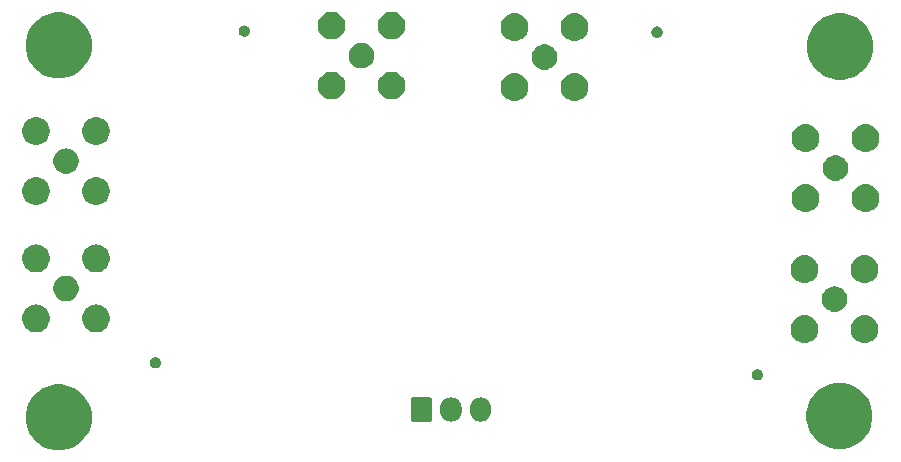
<source format=gbr>
G04 #@! TF.GenerationSoftware,KiCad,Pcbnew,(5.1.2)-2*
G04 #@! TF.CreationDate,2019-07-11T16:04:03+08:00*
G04 #@! TF.ProjectId,General Purpose Op Amp Eval-Board,47656e65-7261-46c2-9050-7572706f7365,rev?*
G04 #@! TF.SameCoordinates,Original*
G04 #@! TF.FileFunction,Soldermask,Bot*
G04 #@! TF.FilePolarity,Negative*
%FSLAX46Y46*%
G04 Gerber Fmt 4.6, Leading zero omitted, Abs format (unit mm)*
G04 Created by KiCad (PCBNEW (5.1.2)-2) date 2019-07-11 16:04:03*
%MOMM*%
%LPD*%
G04 APERTURE LIST*
%ADD10C,0.100000*%
G04 APERTURE END LIST*
D10*
G36*
X101299421Y-120649040D02*
G01*
X101809169Y-120860185D01*
X101809171Y-120860186D01*
X102267934Y-121166721D01*
X102658079Y-121556866D01*
X102901385Y-121921000D01*
X102964615Y-122015631D01*
X103175760Y-122525379D01*
X103283400Y-123066524D01*
X103283400Y-123618276D01*
X103175760Y-124159421D01*
X103006699Y-124567569D01*
X102964614Y-124669171D01*
X102658079Y-125127934D01*
X102267934Y-125518079D01*
X101809171Y-125824614D01*
X101809170Y-125824615D01*
X101809169Y-125824615D01*
X101299421Y-126035760D01*
X100758276Y-126143400D01*
X100206524Y-126143400D01*
X99665379Y-126035760D01*
X99155631Y-125824615D01*
X99155630Y-125824615D01*
X99155629Y-125824614D01*
X98696866Y-125518079D01*
X98306721Y-125127934D01*
X98000186Y-124669171D01*
X97958101Y-124567569D01*
X97789040Y-124159421D01*
X97681400Y-123618276D01*
X97681400Y-123066524D01*
X97789040Y-122525379D01*
X98000185Y-122015631D01*
X98063415Y-121921000D01*
X98306721Y-121556866D01*
X98696866Y-121166721D01*
X99155629Y-120860186D01*
X99155631Y-120860185D01*
X99665379Y-120649040D01*
X100206524Y-120541400D01*
X100758276Y-120541400D01*
X101299421Y-120649040D01*
X101299421Y-120649040D01*
G37*
G36*
X167390221Y-120547440D02*
G01*
X167899969Y-120758585D01*
X167899971Y-120758586D01*
X168358734Y-121065121D01*
X168748879Y-121455266D01*
X169055414Y-121914029D01*
X169055415Y-121914031D01*
X169266560Y-122423779D01*
X169374200Y-122964924D01*
X169374200Y-123516676D01*
X169266560Y-124057821D01*
X169224475Y-124159422D01*
X169055414Y-124567571D01*
X168748879Y-125026334D01*
X168358734Y-125416479D01*
X167899971Y-125723014D01*
X167899970Y-125723015D01*
X167899969Y-125723015D01*
X167390221Y-125934160D01*
X166849076Y-126041800D01*
X166297324Y-126041800D01*
X165756179Y-125934160D01*
X165246431Y-125723015D01*
X165246430Y-125723015D01*
X165246429Y-125723014D01*
X164787666Y-125416479D01*
X164397521Y-125026334D01*
X164090986Y-124567571D01*
X163921925Y-124159422D01*
X163879840Y-124057821D01*
X163772200Y-123516676D01*
X163772200Y-122964924D01*
X163879840Y-122423779D01*
X164090985Y-121914031D01*
X164090986Y-121914029D01*
X164397521Y-121455266D01*
X164787666Y-121065121D01*
X165246429Y-120758586D01*
X165246431Y-120758585D01*
X165756179Y-120547440D01*
X166297324Y-120439800D01*
X166849076Y-120439800D01*
X167390221Y-120547440D01*
X167390221Y-120547440D01*
G37*
G36*
X136367626Y-121669037D02*
G01*
X136537465Y-121720557D01*
X136537467Y-121720558D01*
X136693989Y-121804221D01*
X136831186Y-121916814D01*
X136912280Y-122015629D01*
X136943778Y-122054009D01*
X137027443Y-122210534D01*
X137078963Y-122380373D01*
X137092000Y-122512742D01*
X137092000Y-122851257D01*
X137078963Y-122983626D01*
X137027443Y-123153466D01*
X136943778Y-123309991D01*
X136914448Y-123345729D01*
X136831186Y-123447186D01*
X136746513Y-123516674D01*
X136693991Y-123559778D01*
X136537466Y-123643443D01*
X136367627Y-123694963D01*
X136191000Y-123712359D01*
X136014374Y-123694963D01*
X135844535Y-123643443D01*
X135688010Y-123559778D01*
X135550815Y-123447185D01*
X135438222Y-123309991D01*
X135354557Y-123153466D01*
X135303037Y-122983627D01*
X135290000Y-122851258D01*
X135290000Y-122512743D01*
X135303037Y-122380374D01*
X135354557Y-122210535D01*
X135438222Y-122054010D01*
X135438223Y-122054009D01*
X135550814Y-121916814D01*
X135652271Y-121833552D01*
X135688009Y-121804222D01*
X135844534Y-121720557D01*
X136014373Y-121669037D01*
X136191000Y-121651641D01*
X136367626Y-121669037D01*
X136367626Y-121669037D01*
G37*
G36*
X133867626Y-121669037D02*
G01*
X134037465Y-121720557D01*
X134037467Y-121720558D01*
X134193989Y-121804221D01*
X134331186Y-121916814D01*
X134412280Y-122015629D01*
X134443778Y-122054009D01*
X134527443Y-122210534D01*
X134578963Y-122380373D01*
X134592000Y-122512742D01*
X134592000Y-122851257D01*
X134578963Y-122983626D01*
X134527443Y-123153466D01*
X134443778Y-123309991D01*
X134414448Y-123345729D01*
X134331186Y-123447186D01*
X134246513Y-123516674D01*
X134193991Y-123559778D01*
X134037466Y-123643443D01*
X133867627Y-123694963D01*
X133691000Y-123712359D01*
X133514374Y-123694963D01*
X133344535Y-123643443D01*
X133188010Y-123559778D01*
X133050815Y-123447185D01*
X132938222Y-123309991D01*
X132854557Y-123153466D01*
X132803037Y-122983627D01*
X132790000Y-122851258D01*
X132790000Y-122512743D01*
X132803037Y-122380374D01*
X132854557Y-122210535D01*
X132938222Y-122054010D01*
X132938223Y-122054009D01*
X133050814Y-121916814D01*
X133152271Y-121833552D01*
X133188009Y-121804222D01*
X133344534Y-121720557D01*
X133514373Y-121669037D01*
X133691000Y-121651641D01*
X133867626Y-121669037D01*
X133867626Y-121669037D01*
G37*
G36*
X131949600Y-121659989D02*
G01*
X131982652Y-121670015D01*
X132013103Y-121686292D01*
X132039799Y-121708201D01*
X132061708Y-121734897D01*
X132077985Y-121765348D01*
X132088011Y-121798400D01*
X132092000Y-121838903D01*
X132092000Y-123525097D01*
X132088011Y-123565600D01*
X132077985Y-123598652D01*
X132061708Y-123629103D01*
X132039799Y-123655799D01*
X132013103Y-123677708D01*
X131982652Y-123693985D01*
X131949600Y-123704011D01*
X131909097Y-123708000D01*
X130472903Y-123708000D01*
X130432400Y-123704011D01*
X130399348Y-123693985D01*
X130368897Y-123677708D01*
X130342201Y-123655799D01*
X130320292Y-123629103D01*
X130304015Y-123598652D01*
X130293989Y-123565600D01*
X130290000Y-123525097D01*
X130290000Y-121838903D01*
X130293989Y-121798400D01*
X130304015Y-121765348D01*
X130320292Y-121734897D01*
X130342201Y-121708201D01*
X130368897Y-121686292D01*
X130399348Y-121670015D01*
X130432400Y-121659989D01*
X130472903Y-121656000D01*
X131909097Y-121656000D01*
X131949600Y-121659989D01*
X131949600Y-121659989D01*
G37*
G36*
X159752443Y-119277892D02*
G01*
X159803188Y-119298911D01*
X159839070Y-119313774D01*
X159917032Y-119365867D01*
X159983333Y-119432168D01*
X160035426Y-119510130D01*
X160035426Y-119510131D01*
X160071308Y-119596757D01*
X160089600Y-119688717D01*
X160089600Y-119782483D01*
X160071308Y-119874443D01*
X160050289Y-119925188D01*
X160035426Y-119961070D01*
X159983333Y-120039032D01*
X159917032Y-120105333D01*
X159839070Y-120157426D01*
X159803188Y-120172289D01*
X159752443Y-120193308D01*
X159660483Y-120211600D01*
X159566717Y-120211600D01*
X159474757Y-120193308D01*
X159424012Y-120172289D01*
X159388130Y-120157426D01*
X159310168Y-120105333D01*
X159243867Y-120039032D01*
X159191774Y-119961070D01*
X159176911Y-119925188D01*
X159155892Y-119874443D01*
X159137600Y-119782483D01*
X159137600Y-119688717D01*
X159155892Y-119596757D01*
X159191774Y-119510131D01*
X159191774Y-119510130D01*
X159243867Y-119432168D01*
X159310168Y-119365867D01*
X159388130Y-119313774D01*
X159424012Y-119298911D01*
X159474757Y-119277892D01*
X159566717Y-119259600D01*
X159660483Y-119259600D01*
X159752443Y-119277892D01*
X159752443Y-119277892D01*
G37*
G36*
X108800043Y-118261892D02*
G01*
X108850788Y-118282911D01*
X108886670Y-118297774D01*
X108964632Y-118349867D01*
X109030933Y-118416168D01*
X109083026Y-118494130D01*
X109083026Y-118494131D01*
X109118908Y-118580757D01*
X109137200Y-118672717D01*
X109137200Y-118766483D01*
X109118908Y-118858443D01*
X109097889Y-118909188D01*
X109083026Y-118945070D01*
X109030933Y-119023032D01*
X108964632Y-119089333D01*
X108886670Y-119141426D01*
X108850788Y-119156289D01*
X108800043Y-119177308D01*
X108708083Y-119195600D01*
X108614317Y-119195600D01*
X108522357Y-119177308D01*
X108471612Y-119156289D01*
X108435730Y-119141426D01*
X108357768Y-119089333D01*
X108291467Y-119023032D01*
X108239374Y-118945070D01*
X108224511Y-118909188D01*
X108203492Y-118858443D01*
X108185200Y-118766483D01*
X108185200Y-118672717D01*
X108203492Y-118580757D01*
X108239374Y-118494131D01*
X108239374Y-118494130D01*
X108291467Y-118416168D01*
X108357768Y-118349867D01*
X108435730Y-118297774D01*
X108471612Y-118282911D01*
X108522357Y-118261892D01*
X108614317Y-118243600D01*
X108708083Y-118243600D01*
X108800043Y-118261892D01*
X108800043Y-118261892D01*
G37*
G36*
X168898360Y-114713864D02*
G01*
X169049827Y-114743993D01*
X169263845Y-114832642D01*
X169263846Y-114832643D01*
X169456454Y-114961339D01*
X169620261Y-115125146D01*
X169706058Y-115253551D01*
X169748958Y-115317755D01*
X169837607Y-115531773D01*
X169882800Y-115758974D01*
X169882800Y-115990626D01*
X169837607Y-116217827D01*
X169748958Y-116431845D01*
X169748957Y-116431846D01*
X169620261Y-116624454D01*
X169456454Y-116788261D01*
X169328049Y-116874058D01*
X169263845Y-116916958D01*
X169049827Y-117005607D01*
X168898360Y-117035736D01*
X168822627Y-117050800D01*
X168590973Y-117050800D01*
X168515240Y-117035736D01*
X168363773Y-117005607D01*
X168149755Y-116916958D01*
X168085551Y-116874058D01*
X167957146Y-116788261D01*
X167793339Y-116624454D01*
X167664643Y-116431846D01*
X167664642Y-116431845D01*
X167575993Y-116217827D01*
X167530800Y-115990626D01*
X167530800Y-115758974D01*
X167575993Y-115531773D01*
X167664642Y-115317755D01*
X167707542Y-115253551D01*
X167793339Y-115125146D01*
X167957146Y-114961339D01*
X168149754Y-114832643D01*
X168149755Y-114832642D01*
X168363773Y-114743993D01*
X168515240Y-114713864D01*
X168590973Y-114698800D01*
X168822627Y-114698800D01*
X168898360Y-114713864D01*
X168898360Y-114713864D01*
G37*
G36*
X163818360Y-114713864D02*
G01*
X163969827Y-114743993D01*
X164183845Y-114832642D01*
X164183846Y-114832643D01*
X164376454Y-114961339D01*
X164540261Y-115125146D01*
X164626058Y-115253551D01*
X164668958Y-115317755D01*
X164757607Y-115531773D01*
X164802800Y-115758974D01*
X164802800Y-115990626D01*
X164757607Y-116217827D01*
X164668958Y-116431845D01*
X164668957Y-116431846D01*
X164540261Y-116624454D01*
X164376454Y-116788261D01*
X164248049Y-116874058D01*
X164183845Y-116916958D01*
X163969827Y-117005607D01*
X163818360Y-117035736D01*
X163742627Y-117050800D01*
X163510973Y-117050800D01*
X163435240Y-117035736D01*
X163283773Y-117005607D01*
X163069755Y-116916958D01*
X163005551Y-116874058D01*
X162877146Y-116788261D01*
X162713339Y-116624454D01*
X162584643Y-116431846D01*
X162584642Y-116431845D01*
X162495993Y-116217827D01*
X162450800Y-115990626D01*
X162450800Y-115758974D01*
X162495993Y-115531773D01*
X162584642Y-115317755D01*
X162627542Y-115253551D01*
X162713339Y-115125146D01*
X162877146Y-114961339D01*
X163069754Y-114832643D01*
X163069755Y-114832642D01*
X163283773Y-114743993D01*
X163435240Y-114713864D01*
X163510973Y-114698800D01*
X163742627Y-114698800D01*
X163818360Y-114713864D01*
X163818360Y-114713864D01*
G37*
G36*
X98743560Y-113799464D02*
G01*
X98895027Y-113829593D01*
X99109045Y-113918242D01*
X99109046Y-113918243D01*
X99301654Y-114046939D01*
X99465461Y-114210746D01*
X99517306Y-114288338D01*
X99594158Y-114403355D01*
X99682807Y-114617373D01*
X99728000Y-114844574D01*
X99728000Y-115076226D01*
X99682807Y-115303427D01*
X99594158Y-115517445D01*
X99594157Y-115517446D01*
X99465461Y-115710054D01*
X99301654Y-115873861D01*
X99173249Y-115959658D01*
X99109045Y-116002558D01*
X98895027Y-116091207D01*
X98743560Y-116121336D01*
X98667827Y-116136400D01*
X98436173Y-116136400D01*
X98360440Y-116121336D01*
X98208973Y-116091207D01*
X97994955Y-116002558D01*
X97930751Y-115959658D01*
X97802346Y-115873861D01*
X97638539Y-115710054D01*
X97509843Y-115517446D01*
X97509842Y-115517445D01*
X97421193Y-115303427D01*
X97376000Y-115076226D01*
X97376000Y-114844574D01*
X97421193Y-114617373D01*
X97509842Y-114403355D01*
X97586694Y-114288338D01*
X97638539Y-114210746D01*
X97802346Y-114046939D01*
X97994954Y-113918243D01*
X97994955Y-113918242D01*
X98208973Y-113829593D01*
X98360440Y-113799464D01*
X98436173Y-113784400D01*
X98667827Y-113784400D01*
X98743560Y-113799464D01*
X98743560Y-113799464D01*
G37*
G36*
X103823560Y-113799464D02*
G01*
X103975027Y-113829593D01*
X104189045Y-113918242D01*
X104189046Y-113918243D01*
X104381654Y-114046939D01*
X104545461Y-114210746D01*
X104597306Y-114288338D01*
X104674158Y-114403355D01*
X104762807Y-114617373D01*
X104808000Y-114844574D01*
X104808000Y-115076226D01*
X104762807Y-115303427D01*
X104674158Y-115517445D01*
X104674157Y-115517446D01*
X104545461Y-115710054D01*
X104381654Y-115873861D01*
X104253249Y-115959658D01*
X104189045Y-116002558D01*
X103975027Y-116091207D01*
X103823560Y-116121336D01*
X103747827Y-116136400D01*
X103516173Y-116136400D01*
X103440440Y-116121336D01*
X103288973Y-116091207D01*
X103074955Y-116002558D01*
X103010751Y-115959658D01*
X102882346Y-115873861D01*
X102718539Y-115710054D01*
X102589843Y-115517446D01*
X102589842Y-115517445D01*
X102501193Y-115303427D01*
X102456000Y-115076226D01*
X102456000Y-114844574D01*
X102501193Y-114617373D01*
X102589842Y-114403355D01*
X102666694Y-114288338D01*
X102718539Y-114210746D01*
X102882346Y-114046939D01*
X103074954Y-113918243D01*
X103074955Y-113918242D01*
X103288973Y-113829593D01*
X103440440Y-113799464D01*
X103516173Y-113784400D01*
X103747827Y-113784400D01*
X103823560Y-113799464D01*
X103823560Y-113799464D01*
G37*
G36*
X166342071Y-112272583D02*
G01*
X166480658Y-112300150D01*
X166676477Y-112381261D01*
X166852710Y-112499016D01*
X167002584Y-112648890D01*
X167120339Y-112825123D01*
X167201450Y-113020942D01*
X167242800Y-113228823D01*
X167242800Y-113440777D01*
X167201450Y-113648658D01*
X167120339Y-113844477D01*
X167002584Y-114020710D01*
X166852710Y-114170584D01*
X166676477Y-114288339D01*
X166480658Y-114369450D01*
X166342071Y-114397017D01*
X166272778Y-114410800D01*
X166060822Y-114410800D01*
X165991529Y-114397017D01*
X165852942Y-114369450D01*
X165657123Y-114288339D01*
X165480890Y-114170584D01*
X165331016Y-114020710D01*
X165213261Y-113844477D01*
X165132150Y-113648658D01*
X165090800Y-113440777D01*
X165090800Y-113228823D01*
X165132150Y-113020942D01*
X165213261Y-112825123D01*
X165331016Y-112648890D01*
X165480890Y-112499016D01*
X165657123Y-112381261D01*
X165852942Y-112300150D01*
X165991529Y-112272583D01*
X166060822Y-112258800D01*
X166272778Y-112258800D01*
X166342071Y-112272583D01*
X166342071Y-112272583D01*
G37*
G36*
X101235406Y-111351845D02*
G01*
X101405858Y-111385750D01*
X101601677Y-111466861D01*
X101777910Y-111584616D01*
X101927784Y-111734490D01*
X102045539Y-111910723D01*
X102126650Y-112106542D01*
X102168000Y-112314423D01*
X102168000Y-112526377D01*
X102126650Y-112734258D01*
X102045539Y-112930077D01*
X101927784Y-113106310D01*
X101777910Y-113256184D01*
X101601677Y-113373939D01*
X101405858Y-113455050D01*
X101267271Y-113482617D01*
X101197978Y-113496400D01*
X100986022Y-113496400D01*
X100916729Y-113482617D01*
X100778142Y-113455050D01*
X100582323Y-113373939D01*
X100406090Y-113256184D01*
X100256216Y-113106310D01*
X100138461Y-112930077D01*
X100057350Y-112734258D01*
X100016000Y-112526377D01*
X100016000Y-112314423D01*
X100057350Y-112106542D01*
X100138461Y-111910723D01*
X100256216Y-111734490D01*
X100406090Y-111584616D01*
X100582323Y-111466861D01*
X100778142Y-111385750D01*
X100948594Y-111351845D01*
X100986022Y-111344400D01*
X101197978Y-111344400D01*
X101235406Y-111351845D01*
X101235406Y-111351845D01*
G37*
G36*
X163818360Y-109633864D02*
G01*
X163969827Y-109663993D01*
X164183845Y-109752642D01*
X164183846Y-109752643D01*
X164376454Y-109881339D01*
X164540261Y-110045146D01*
X164626058Y-110173551D01*
X164668958Y-110237755D01*
X164757607Y-110451773D01*
X164802800Y-110678974D01*
X164802800Y-110910626D01*
X164757607Y-111137827D01*
X164668958Y-111351845D01*
X164668957Y-111351846D01*
X164540261Y-111544454D01*
X164376454Y-111708261D01*
X164248049Y-111794058D01*
X164183845Y-111836958D01*
X163969827Y-111925607D01*
X163818360Y-111955736D01*
X163742627Y-111970800D01*
X163510973Y-111970800D01*
X163435240Y-111955736D01*
X163283773Y-111925607D01*
X163069755Y-111836958D01*
X163005551Y-111794058D01*
X162877146Y-111708261D01*
X162713339Y-111544454D01*
X162584643Y-111351846D01*
X162584642Y-111351845D01*
X162495993Y-111137827D01*
X162450800Y-110910626D01*
X162450800Y-110678974D01*
X162495993Y-110451773D01*
X162584642Y-110237755D01*
X162627542Y-110173551D01*
X162713339Y-110045146D01*
X162877146Y-109881339D01*
X163069754Y-109752643D01*
X163069755Y-109752642D01*
X163283773Y-109663993D01*
X163435240Y-109633864D01*
X163510973Y-109618800D01*
X163742627Y-109618800D01*
X163818360Y-109633864D01*
X163818360Y-109633864D01*
G37*
G36*
X168898360Y-109633864D02*
G01*
X169049827Y-109663993D01*
X169263845Y-109752642D01*
X169263846Y-109752643D01*
X169456454Y-109881339D01*
X169620261Y-110045146D01*
X169706058Y-110173551D01*
X169748958Y-110237755D01*
X169837607Y-110451773D01*
X169882800Y-110678974D01*
X169882800Y-110910626D01*
X169837607Y-111137827D01*
X169748958Y-111351845D01*
X169748957Y-111351846D01*
X169620261Y-111544454D01*
X169456454Y-111708261D01*
X169328049Y-111794058D01*
X169263845Y-111836958D01*
X169049827Y-111925607D01*
X168898360Y-111955736D01*
X168822627Y-111970800D01*
X168590973Y-111970800D01*
X168515240Y-111955736D01*
X168363773Y-111925607D01*
X168149755Y-111836958D01*
X168085551Y-111794058D01*
X167957146Y-111708261D01*
X167793339Y-111544454D01*
X167664643Y-111351846D01*
X167664642Y-111351845D01*
X167575993Y-111137827D01*
X167530800Y-110910626D01*
X167530800Y-110678974D01*
X167575993Y-110451773D01*
X167664642Y-110237755D01*
X167707542Y-110173551D01*
X167793339Y-110045146D01*
X167957146Y-109881339D01*
X168149754Y-109752643D01*
X168149755Y-109752642D01*
X168363773Y-109663993D01*
X168515240Y-109633864D01*
X168590973Y-109618800D01*
X168822627Y-109618800D01*
X168898360Y-109633864D01*
X168898360Y-109633864D01*
G37*
G36*
X98743560Y-108719464D02*
G01*
X98895027Y-108749593D01*
X99109045Y-108838242D01*
X99109046Y-108838243D01*
X99301654Y-108966939D01*
X99465461Y-109130746D01*
X99551258Y-109259151D01*
X99594158Y-109323355D01*
X99682807Y-109537373D01*
X99728000Y-109764574D01*
X99728000Y-109996226D01*
X99682807Y-110223427D01*
X99594158Y-110437445D01*
X99594157Y-110437446D01*
X99465461Y-110630054D01*
X99301654Y-110793861D01*
X99173249Y-110879658D01*
X99109045Y-110922558D01*
X98895027Y-111011207D01*
X98743560Y-111041336D01*
X98667827Y-111056400D01*
X98436173Y-111056400D01*
X98360440Y-111041336D01*
X98208973Y-111011207D01*
X97994955Y-110922558D01*
X97930751Y-110879658D01*
X97802346Y-110793861D01*
X97638539Y-110630054D01*
X97509843Y-110437446D01*
X97509842Y-110437445D01*
X97421193Y-110223427D01*
X97376000Y-109996226D01*
X97376000Y-109764574D01*
X97421193Y-109537373D01*
X97509842Y-109323355D01*
X97552742Y-109259151D01*
X97638539Y-109130746D01*
X97802346Y-108966939D01*
X97994954Y-108838243D01*
X97994955Y-108838242D01*
X98208973Y-108749593D01*
X98360440Y-108719464D01*
X98436173Y-108704400D01*
X98667827Y-108704400D01*
X98743560Y-108719464D01*
X98743560Y-108719464D01*
G37*
G36*
X103823560Y-108719464D02*
G01*
X103975027Y-108749593D01*
X104189045Y-108838242D01*
X104189046Y-108838243D01*
X104381654Y-108966939D01*
X104545461Y-109130746D01*
X104631258Y-109259151D01*
X104674158Y-109323355D01*
X104762807Y-109537373D01*
X104808000Y-109764574D01*
X104808000Y-109996226D01*
X104762807Y-110223427D01*
X104674158Y-110437445D01*
X104674157Y-110437446D01*
X104545461Y-110630054D01*
X104381654Y-110793861D01*
X104253249Y-110879658D01*
X104189045Y-110922558D01*
X103975027Y-111011207D01*
X103823560Y-111041336D01*
X103747827Y-111056400D01*
X103516173Y-111056400D01*
X103440440Y-111041336D01*
X103288973Y-111011207D01*
X103074955Y-110922558D01*
X103010751Y-110879658D01*
X102882346Y-110793861D01*
X102718539Y-110630054D01*
X102589843Y-110437446D01*
X102589842Y-110437445D01*
X102501193Y-110223427D01*
X102456000Y-109996226D01*
X102456000Y-109764574D01*
X102501193Y-109537373D01*
X102589842Y-109323355D01*
X102632742Y-109259151D01*
X102718539Y-109130746D01*
X102882346Y-108966939D01*
X103074954Y-108838243D01*
X103074955Y-108838242D01*
X103288973Y-108749593D01*
X103440440Y-108719464D01*
X103516173Y-108704400D01*
X103747827Y-108704400D01*
X103823560Y-108719464D01*
X103823560Y-108719464D01*
G37*
G36*
X168974560Y-103614064D02*
G01*
X169126027Y-103644193D01*
X169340045Y-103732842D01*
X169340046Y-103732843D01*
X169532654Y-103861539D01*
X169696461Y-104025346D01*
X169729621Y-104074974D01*
X169825158Y-104217955D01*
X169913807Y-104431973D01*
X169959000Y-104659174D01*
X169959000Y-104890826D01*
X169913807Y-105118027D01*
X169825158Y-105332045D01*
X169825157Y-105332046D01*
X169696461Y-105524654D01*
X169532654Y-105688461D01*
X169404249Y-105774258D01*
X169340045Y-105817158D01*
X169126027Y-105905807D01*
X168974560Y-105935936D01*
X168898827Y-105951000D01*
X168667173Y-105951000D01*
X168591440Y-105935936D01*
X168439973Y-105905807D01*
X168225955Y-105817158D01*
X168161751Y-105774258D01*
X168033346Y-105688461D01*
X167869539Y-105524654D01*
X167740843Y-105332046D01*
X167740842Y-105332045D01*
X167652193Y-105118027D01*
X167607000Y-104890826D01*
X167607000Y-104659174D01*
X167652193Y-104431973D01*
X167740842Y-104217955D01*
X167836379Y-104074974D01*
X167869539Y-104025346D01*
X168033346Y-103861539D01*
X168225954Y-103732843D01*
X168225955Y-103732842D01*
X168439973Y-103644193D01*
X168591440Y-103614064D01*
X168667173Y-103599000D01*
X168898827Y-103599000D01*
X168974560Y-103614064D01*
X168974560Y-103614064D01*
G37*
G36*
X163894560Y-103614064D02*
G01*
X164046027Y-103644193D01*
X164260045Y-103732842D01*
X164260046Y-103732843D01*
X164452654Y-103861539D01*
X164616461Y-104025346D01*
X164649621Y-104074974D01*
X164745158Y-104217955D01*
X164833807Y-104431973D01*
X164879000Y-104659174D01*
X164879000Y-104890826D01*
X164833807Y-105118027D01*
X164745158Y-105332045D01*
X164745157Y-105332046D01*
X164616461Y-105524654D01*
X164452654Y-105688461D01*
X164324249Y-105774258D01*
X164260045Y-105817158D01*
X164046027Y-105905807D01*
X163894560Y-105935936D01*
X163818827Y-105951000D01*
X163587173Y-105951000D01*
X163511440Y-105935936D01*
X163359973Y-105905807D01*
X163145955Y-105817158D01*
X163081751Y-105774258D01*
X162953346Y-105688461D01*
X162789539Y-105524654D01*
X162660843Y-105332046D01*
X162660842Y-105332045D01*
X162572193Y-105118027D01*
X162527000Y-104890826D01*
X162527000Y-104659174D01*
X162572193Y-104431973D01*
X162660842Y-104217955D01*
X162756379Y-104074974D01*
X162789539Y-104025346D01*
X162953346Y-103861539D01*
X163145954Y-103732843D01*
X163145955Y-103732842D01*
X163359973Y-103644193D01*
X163511440Y-103614064D01*
X163587173Y-103599000D01*
X163818827Y-103599000D01*
X163894560Y-103614064D01*
X163894560Y-103614064D01*
G37*
G36*
X103823560Y-103029864D02*
G01*
X103975027Y-103059993D01*
X104189045Y-103148642D01*
X104189046Y-103148643D01*
X104381654Y-103277339D01*
X104545461Y-103441146D01*
X104631258Y-103569551D01*
X104674158Y-103633755D01*
X104762807Y-103847773D01*
X104808000Y-104074974D01*
X104808000Y-104306626D01*
X104762807Y-104533827D01*
X104674158Y-104747845D01*
X104674157Y-104747846D01*
X104545461Y-104940454D01*
X104381654Y-105104261D01*
X104253249Y-105190058D01*
X104189045Y-105232958D01*
X103975027Y-105321607D01*
X103823560Y-105351736D01*
X103747827Y-105366800D01*
X103516173Y-105366800D01*
X103440440Y-105351736D01*
X103288973Y-105321607D01*
X103074955Y-105232958D01*
X103010751Y-105190058D01*
X102882346Y-105104261D01*
X102718539Y-104940454D01*
X102589843Y-104747846D01*
X102589842Y-104747845D01*
X102501193Y-104533827D01*
X102456000Y-104306626D01*
X102456000Y-104074974D01*
X102501193Y-103847773D01*
X102589842Y-103633755D01*
X102632742Y-103569551D01*
X102718539Y-103441146D01*
X102882346Y-103277339D01*
X103074954Y-103148643D01*
X103074955Y-103148642D01*
X103288973Y-103059993D01*
X103440440Y-103029864D01*
X103516173Y-103014800D01*
X103747827Y-103014800D01*
X103823560Y-103029864D01*
X103823560Y-103029864D01*
G37*
G36*
X98743560Y-103029864D02*
G01*
X98895027Y-103059993D01*
X99109045Y-103148642D01*
X99109046Y-103148643D01*
X99301654Y-103277339D01*
X99465461Y-103441146D01*
X99551258Y-103569551D01*
X99594158Y-103633755D01*
X99682807Y-103847773D01*
X99728000Y-104074974D01*
X99728000Y-104306626D01*
X99682807Y-104533827D01*
X99594158Y-104747845D01*
X99594157Y-104747846D01*
X99465461Y-104940454D01*
X99301654Y-105104261D01*
X99173249Y-105190058D01*
X99109045Y-105232958D01*
X98895027Y-105321607D01*
X98743560Y-105351736D01*
X98667827Y-105366800D01*
X98436173Y-105366800D01*
X98360440Y-105351736D01*
X98208973Y-105321607D01*
X97994955Y-105232958D01*
X97930751Y-105190058D01*
X97802346Y-105104261D01*
X97638539Y-104940454D01*
X97509843Y-104747846D01*
X97509842Y-104747845D01*
X97421193Y-104533827D01*
X97376000Y-104306626D01*
X97376000Y-104074974D01*
X97421193Y-103847773D01*
X97509842Y-103633755D01*
X97552742Y-103569551D01*
X97638539Y-103441146D01*
X97802346Y-103277339D01*
X97994954Y-103148643D01*
X97994955Y-103148642D01*
X98208973Y-103059993D01*
X98360440Y-103029864D01*
X98436173Y-103014800D01*
X98667827Y-103014800D01*
X98743560Y-103029864D01*
X98743560Y-103029864D01*
G37*
G36*
X166418271Y-101172783D02*
G01*
X166556858Y-101200350D01*
X166752677Y-101281461D01*
X166928910Y-101399216D01*
X167078784Y-101549090D01*
X167196539Y-101725323D01*
X167277650Y-101921142D01*
X167319000Y-102129023D01*
X167319000Y-102340977D01*
X167277650Y-102548858D01*
X167196539Y-102744677D01*
X167078784Y-102920910D01*
X166928910Y-103070784D01*
X166752677Y-103188539D01*
X166556858Y-103269650D01*
X166418271Y-103297217D01*
X166348978Y-103311000D01*
X166137022Y-103311000D01*
X166067729Y-103297217D01*
X165929142Y-103269650D01*
X165733323Y-103188539D01*
X165557090Y-103070784D01*
X165407216Y-102920910D01*
X165289461Y-102744677D01*
X165208350Y-102548858D01*
X165167000Y-102340977D01*
X165167000Y-102129023D01*
X165208350Y-101921142D01*
X165289461Y-101725323D01*
X165407216Y-101549090D01*
X165557090Y-101399216D01*
X165733323Y-101281461D01*
X165929142Y-101200350D01*
X166067729Y-101172783D01*
X166137022Y-101159000D01*
X166348978Y-101159000D01*
X166418271Y-101172783D01*
X166418271Y-101172783D01*
G37*
G36*
X101267271Y-100588583D02*
G01*
X101405858Y-100616150D01*
X101601677Y-100697261D01*
X101777910Y-100815016D01*
X101927784Y-100964890D01*
X102045539Y-101141123D01*
X102126650Y-101336942D01*
X102168000Y-101544823D01*
X102168000Y-101756777D01*
X102126650Y-101964658D01*
X102045539Y-102160477D01*
X101927784Y-102336710D01*
X101777910Y-102486584D01*
X101601677Y-102604339D01*
X101405858Y-102685450D01*
X101267271Y-102713017D01*
X101197978Y-102726800D01*
X100986022Y-102726800D01*
X100916729Y-102713017D01*
X100778142Y-102685450D01*
X100582323Y-102604339D01*
X100406090Y-102486584D01*
X100256216Y-102336710D01*
X100138461Y-102160477D01*
X100057350Y-101964658D01*
X100016000Y-101756777D01*
X100016000Y-101544823D01*
X100057350Y-101336942D01*
X100138461Y-101141123D01*
X100256216Y-100964890D01*
X100406090Y-100815016D01*
X100582323Y-100697261D01*
X100778142Y-100616150D01*
X100916729Y-100588583D01*
X100986022Y-100574800D01*
X101197978Y-100574800D01*
X101267271Y-100588583D01*
X101267271Y-100588583D01*
G37*
G36*
X163894560Y-98534064D02*
G01*
X164046027Y-98564193D01*
X164260045Y-98652842D01*
X164260046Y-98652843D01*
X164452654Y-98781539D01*
X164616461Y-98945346D01*
X164649621Y-98994974D01*
X164745158Y-99137955D01*
X164833807Y-99351973D01*
X164879000Y-99579174D01*
X164879000Y-99810826D01*
X164833807Y-100038027D01*
X164745158Y-100252045D01*
X164745157Y-100252046D01*
X164616461Y-100444654D01*
X164452654Y-100608461D01*
X164324249Y-100694258D01*
X164260045Y-100737158D01*
X164046027Y-100825807D01*
X163894560Y-100855936D01*
X163818827Y-100871000D01*
X163587173Y-100871000D01*
X163511440Y-100855936D01*
X163359973Y-100825807D01*
X163145955Y-100737158D01*
X163081751Y-100694258D01*
X162953346Y-100608461D01*
X162789539Y-100444654D01*
X162660843Y-100252046D01*
X162660842Y-100252045D01*
X162572193Y-100038027D01*
X162527000Y-99810826D01*
X162527000Y-99579174D01*
X162572193Y-99351973D01*
X162660842Y-99137955D01*
X162756379Y-98994974D01*
X162789539Y-98945346D01*
X162953346Y-98781539D01*
X163145954Y-98652843D01*
X163145955Y-98652842D01*
X163359973Y-98564193D01*
X163511440Y-98534064D01*
X163587173Y-98519000D01*
X163818827Y-98519000D01*
X163894560Y-98534064D01*
X163894560Y-98534064D01*
G37*
G36*
X168974560Y-98534064D02*
G01*
X169126027Y-98564193D01*
X169340045Y-98652842D01*
X169340046Y-98652843D01*
X169532654Y-98781539D01*
X169696461Y-98945346D01*
X169729621Y-98994974D01*
X169825158Y-99137955D01*
X169913807Y-99351973D01*
X169959000Y-99579174D01*
X169959000Y-99810826D01*
X169913807Y-100038027D01*
X169825158Y-100252045D01*
X169825157Y-100252046D01*
X169696461Y-100444654D01*
X169532654Y-100608461D01*
X169404249Y-100694258D01*
X169340045Y-100737158D01*
X169126027Y-100825807D01*
X168974560Y-100855936D01*
X168898827Y-100871000D01*
X168667173Y-100871000D01*
X168591440Y-100855936D01*
X168439973Y-100825807D01*
X168225955Y-100737158D01*
X168161751Y-100694258D01*
X168033346Y-100608461D01*
X167869539Y-100444654D01*
X167740843Y-100252046D01*
X167740842Y-100252045D01*
X167652193Y-100038027D01*
X167607000Y-99810826D01*
X167607000Y-99579174D01*
X167652193Y-99351973D01*
X167740842Y-99137955D01*
X167836379Y-98994974D01*
X167869539Y-98945346D01*
X168033346Y-98781539D01*
X168225954Y-98652843D01*
X168225955Y-98652842D01*
X168439973Y-98564193D01*
X168591440Y-98534064D01*
X168667173Y-98519000D01*
X168898827Y-98519000D01*
X168974560Y-98534064D01*
X168974560Y-98534064D01*
G37*
G36*
X98743560Y-97949864D02*
G01*
X98895027Y-97979993D01*
X99109045Y-98068642D01*
X99109046Y-98068643D01*
X99301654Y-98197339D01*
X99465461Y-98361146D01*
X99551258Y-98489551D01*
X99594158Y-98553755D01*
X99682807Y-98767773D01*
X99728000Y-98994974D01*
X99728000Y-99226626D01*
X99682807Y-99453827D01*
X99594158Y-99667845D01*
X99594157Y-99667846D01*
X99465461Y-99860454D01*
X99301654Y-100024261D01*
X99173249Y-100110058D01*
X99109045Y-100152958D01*
X98895027Y-100241607D01*
X98743560Y-100271736D01*
X98667827Y-100286800D01*
X98436173Y-100286800D01*
X98360440Y-100271736D01*
X98208973Y-100241607D01*
X97994955Y-100152958D01*
X97930751Y-100110058D01*
X97802346Y-100024261D01*
X97638539Y-99860454D01*
X97509843Y-99667846D01*
X97509842Y-99667845D01*
X97421193Y-99453827D01*
X97376000Y-99226626D01*
X97376000Y-98994974D01*
X97421193Y-98767773D01*
X97509842Y-98553755D01*
X97552742Y-98489551D01*
X97638539Y-98361146D01*
X97802346Y-98197339D01*
X97994954Y-98068643D01*
X97994955Y-98068642D01*
X98208973Y-97979993D01*
X98360440Y-97949864D01*
X98436173Y-97934800D01*
X98667827Y-97934800D01*
X98743560Y-97949864D01*
X98743560Y-97949864D01*
G37*
G36*
X103823560Y-97949864D02*
G01*
X103975027Y-97979993D01*
X104189045Y-98068642D01*
X104189046Y-98068643D01*
X104381654Y-98197339D01*
X104545461Y-98361146D01*
X104631258Y-98489551D01*
X104674158Y-98553755D01*
X104762807Y-98767773D01*
X104808000Y-98994974D01*
X104808000Y-99226626D01*
X104762807Y-99453827D01*
X104674158Y-99667845D01*
X104674157Y-99667846D01*
X104545461Y-99860454D01*
X104381654Y-100024261D01*
X104253249Y-100110058D01*
X104189045Y-100152958D01*
X103975027Y-100241607D01*
X103823560Y-100271736D01*
X103747827Y-100286800D01*
X103516173Y-100286800D01*
X103440440Y-100271736D01*
X103288973Y-100241607D01*
X103074955Y-100152958D01*
X103010751Y-100110058D01*
X102882346Y-100024261D01*
X102718539Y-99860454D01*
X102589843Y-99667846D01*
X102589842Y-99667845D01*
X102501193Y-99453827D01*
X102456000Y-99226626D01*
X102456000Y-98994974D01*
X102501193Y-98767773D01*
X102589842Y-98553755D01*
X102632742Y-98489551D01*
X102718539Y-98361146D01*
X102882346Y-98197339D01*
X103074954Y-98068643D01*
X103074955Y-98068642D01*
X103288973Y-97979993D01*
X103440440Y-97949864D01*
X103516173Y-97934800D01*
X103747827Y-97934800D01*
X103823560Y-97949864D01*
X103823560Y-97949864D01*
G37*
G36*
X144336560Y-94216064D02*
G01*
X144488027Y-94246193D01*
X144702045Y-94334842D01*
X144766249Y-94377742D01*
X144894654Y-94463539D01*
X145058461Y-94627346D01*
X145102299Y-94692955D01*
X145187158Y-94819955D01*
X145275807Y-95033973D01*
X145321000Y-95261174D01*
X145321000Y-95492826D01*
X145275807Y-95720027D01*
X145187158Y-95934045D01*
X145187157Y-95934046D01*
X145058461Y-96126654D01*
X144894654Y-96290461D01*
X144766249Y-96376258D01*
X144702045Y-96419158D01*
X144488027Y-96507807D01*
X144336560Y-96537936D01*
X144260827Y-96553000D01*
X144029173Y-96553000D01*
X143953440Y-96537936D01*
X143801973Y-96507807D01*
X143587955Y-96419158D01*
X143523751Y-96376258D01*
X143395346Y-96290461D01*
X143231539Y-96126654D01*
X143102843Y-95934046D01*
X143102842Y-95934045D01*
X143014193Y-95720027D01*
X142969000Y-95492826D01*
X142969000Y-95261174D01*
X143014193Y-95033973D01*
X143102842Y-94819955D01*
X143187701Y-94692955D01*
X143231539Y-94627346D01*
X143395346Y-94463539D01*
X143523751Y-94377742D01*
X143587955Y-94334842D01*
X143801973Y-94246193D01*
X143953440Y-94216064D01*
X144029173Y-94201000D01*
X144260827Y-94201000D01*
X144336560Y-94216064D01*
X144336560Y-94216064D01*
G37*
G36*
X139256560Y-94216064D02*
G01*
X139408027Y-94246193D01*
X139622045Y-94334842D01*
X139686249Y-94377742D01*
X139814654Y-94463539D01*
X139978461Y-94627346D01*
X140022299Y-94692955D01*
X140107158Y-94819955D01*
X140195807Y-95033973D01*
X140241000Y-95261174D01*
X140241000Y-95492826D01*
X140195807Y-95720027D01*
X140107158Y-95934045D01*
X140107157Y-95934046D01*
X139978461Y-96126654D01*
X139814654Y-96290461D01*
X139686249Y-96376258D01*
X139622045Y-96419158D01*
X139408027Y-96507807D01*
X139256560Y-96537936D01*
X139180827Y-96553000D01*
X138949173Y-96553000D01*
X138873440Y-96537936D01*
X138721973Y-96507807D01*
X138507955Y-96419158D01*
X138443751Y-96376258D01*
X138315346Y-96290461D01*
X138151539Y-96126654D01*
X138022843Y-95934046D01*
X138022842Y-95934045D01*
X137934193Y-95720027D01*
X137889000Y-95492826D01*
X137889000Y-95261174D01*
X137934193Y-95033973D01*
X138022842Y-94819955D01*
X138107701Y-94692955D01*
X138151539Y-94627346D01*
X138315346Y-94463539D01*
X138443751Y-94377742D01*
X138507955Y-94334842D01*
X138721973Y-94246193D01*
X138873440Y-94216064D01*
X138949173Y-94201000D01*
X139180827Y-94201000D01*
X139256560Y-94216064D01*
X139256560Y-94216064D01*
G37*
G36*
X123762560Y-94089064D02*
G01*
X123914027Y-94119193D01*
X124128045Y-94207842D01*
X124128046Y-94207843D01*
X124320654Y-94336539D01*
X124484461Y-94500346D01*
X124510796Y-94539760D01*
X124613158Y-94692955D01*
X124701807Y-94906973D01*
X124747000Y-95134174D01*
X124747000Y-95365826D01*
X124701807Y-95593027D01*
X124613158Y-95807045D01*
X124613157Y-95807046D01*
X124484461Y-95999654D01*
X124320654Y-96163461D01*
X124192249Y-96249258D01*
X124128045Y-96292158D01*
X123914027Y-96380807D01*
X123762560Y-96410936D01*
X123686827Y-96426000D01*
X123455173Y-96426000D01*
X123379440Y-96410936D01*
X123227973Y-96380807D01*
X123013955Y-96292158D01*
X122949751Y-96249258D01*
X122821346Y-96163461D01*
X122657539Y-95999654D01*
X122528843Y-95807046D01*
X122528842Y-95807045D01*
X122440193Y-95593027D01*
X122395000Y-95365826D01*
X122395000Y-95134174D01*
X122440193Y-94906973D01*
X122528842Y-94692955D01*
X122631204Y-94539760D01*
X122657539Y-94500346D01*
X122821346Y-94336539D01*
X123013954Y-94207843D01*
X123013955Y-94207842D01*
X123227973Y-94119193D01*
X123379440Y-94089064D01*
X123455173Y-94074000D01*
X123686827Y-94074000D01*
X123762560Y-94089064D01*
X123762560Y-94089064D01*
G37*
G36*
X128842560Y-94089064D02*
G01*
X128994027Y-94119193D01*
X129208045Y-94207842D01*
X129208046Y-94207843D01*
X129400654Y-94336539D01*
X129564461Y-94500346D01*
X129590796Y-94539760D01*
X129693158Y-94692955D01*
X129781807Y-94906973D01*
X129827000Y-95134174D01*
X129827000Y-95365826D01*
X129781807Y-95593027D01*
X129693158Y-95807045D01*
X129693157Y-95807046D01*
X129564461Y-95999654D01*
X129400654Y-96163461D01*
X129272249Y-96249258D01*
X129208045Y-96292158D01*
X128994027Y-96380807D01*
X128842560Y-96410936D01*
X128766827Y-96426000D01*
X128535173Y-96426000D01*
X128459440Y-96410936D01*
X128307973Y-96380807D01*
X128093955Y-96292158D01*
X128029751Y-96249258D01*
X127901346Y-96163461D01*
X127737539Y-95999654D01*
X127608843Y-95807046D01*
X127608842Y-95807045D01*
X127520193Y-95593027D01*
X127475000Y-95365826D01*
X127475000Y-95134174D01*
X127520193Y-94906973D01*
X127608842Y-94692955D01*
X127711204Y-94539760D01*
X127737539Y-94500346D01*
X127901346Y-94336539D01*
X128093954Y-94207843D01*
X128093955Y-94207842D01*
X128307973Y-94119193D01*
X128459440Y-94089064D01*
X128535173Y-94074000D01*
X128766827Y-94074000D01*
X128842560Y-94089064D01*
X128842560Y-94089064D01*
G37*
G36*
X167441021Y-89254640D02*
G01*
X167950769Y-89465785D01*
X167950771Y-89465786D01*
X168409534Y-89772321D01*
X168799679Y-90162466D01*
X169106214Y-90621229D01*
X169106215Y-90621231D01*
X169317360Y-91130979D01*
X169425000Y-91672124D01*
X169425000Y-92223876D01*
X169317360Y-92765021D01*
X169148299Y-93173169D01*
X169106214Y-93274771D01*
X168799679Y-93733534D01*
X168409534Y-94123679D01*
X167950771Y-94430214D01*
X167950770Y-94430215D01*
X167950769Y-94430215D01*
X167441021Y-94641360D01*
X166899876Y-94749000D01*
X166348124Y-94749000D01*
X165806979Y-94641360D01*
X165297231Y-94430215D01*
X165297230Y-94430215D01*
X165297229Y-94430214D01*
X164838466Y-94123679D01*
X164448321Y-93733534D01*
X164141786Y-93274771D01*
X164099701Y-93173169D01*
X163930640Y-92765021D01*
X163823000Y-92223876D01*
X163823000Y-91672124D01*
X163930640Y-91130979D01*
X164141785Y-90621231D01*
X164141786Y-90621229D01*
X164448321Y-90162466D01*
X164838466Y-89772321D01*
X165297229Y-89465786D01*
X165297231Y-89465785D01*
X165806979Y-89254640D01*
X166348124Y-89147000D01*
X166899876Y-89147000D01*
X167441021Y-89254640D01*
X167441021Y-89254640D01*
G37*
G36*
X101299421Y-89153040D02*
G01*
X101809169Y-89364185D01*
X101809171Y-89364186D01*
X102267934Y-89670721D01*
X102658079Y-90060866D01*
X102964614Y-90519629D01*
X102964615Y-90519631D01*
X103175760Y-91029379D01*
X103283400Y-91570524D01*
X103283400Y-92122276D01*
X103175760Y-92663421D01*
X102964615Y-93173169D01*
X102964614Y-93173171D01*
X102658079Y-93631934D01*
X102267934Y-94022079D01*
X101809171Y-94328614D01*
X101809170Y-94328615D01*
X101809169Y-94328615D01*
X101299421Y-94539760D01*
X100758276Y-94647400D01*
X100206524Y-94647400D01*
X99665379Y-94539760D01*
X99155631Y-94328615D01*
X99155630Y-94328615D01*
X99155629Y-94328614D01*
X98696866Y-94022079D01*
X98306721Y-93631934D01*
X98000186Y-93173171D01*
X98000185Y-93173169D01*
X97789040Y-92663421D01*
X97681400Y-92122276D01*
X97681400Y-91570524D01*
X97789040Y-91029379D01*
X98000185Y-90519631D01*
X98000186Y-90519629D01*
X98306721Y-90060866D01*
X98696866Y-89670721D01*
X99155629Y-89364186D01*
X99155631Y-89364185D01*
X99665379Y-89153040D01*
X100206524Y-89045400D01*
X100758276Y-89045400D01*
X101299421Y-89153040D01*
X101299421Y-89153040D01*
G37*
G36*
X141780271Y-91774783D02*
G01*
X141918858Y-91802350D01*
X142114677Y-91883461D01*
X142290910Y-92001216D01*
X142440784Y-92151090D01*
X142558539Y-92327323D01*
X142639650Y-92523142D01*
X142681000Y-92731023D01*
X142681000Y-92942977D01*
X142639650Y-93150858D01*
X142558539Y-93346677D01*
X142440784Y-93522910D01*
X142290910Y-93672784D01*
X142114677Y-93790539D01*
X141918858Y-93871650D01*
X141780271Y-93899217D01*
X141710978Y-93913000D01*
X141499022Y-93913000D01*
X141429729Y-93899217D01*
X141291142Y-93871650D01*
X141095323Y-93790539D01*
X140919090Y-93672784D01*
X140769216Y-93522910D01*
X140651461Y-93346677D01*
X140570350Y-93150858D01*
X140529000Y-92942977D01*
X140529000Y-92731023D01*
X140570350Y-92523142D01*
X140651461Y-92327323D01*
X140769216Y-92151090D01*
X140919090Y-92001216D01*
X141095323Y-91883461D01*
X141291142Y-91802350D01*
X141429729Y-91774783D01*
X141499022Y-91761000D01*
X141710978Y-91761000D01*
X141780271Y-91774783D01*
X141780271Y-91774783D01*
G37*
G36*
X126286271Y-91647783D02*
G01*
X126424858Y-91675350D01*
X126620677Y-91756461D01*
X126796910Y-91874216D01*
X126946784Y-92024090D01*
X127064539Y-92200323D01*
X127145650Y-92396142D01*
X127187000Y-92604023D01*
X127187000Y-92815977D01*
X127145650Y-93023858D01*
X127064539Y-93219677D01*
X126946784Y-93395910D01*
X126796910Y-93545784D01*
X126620677Y-93663539D01*
X126424858Y-93744650D01*
X126286271Y-93772217D01*
X126216978Y-93786000D01*
X126005022Y-93786000D01*
X125935729Y-93772217D01*
X125797142Y-93744650D01*
X125601323Y-93663539D01*
X125425090Y-93545784D01*
X125275216Y-93395910D01*
X125157461Y-93219677D01*
X125076350Y-93023858D01*
X125035000Y-92815977D01*
X125035000Y-92604023D01*
X125076350Y-92396142D01*
X125157461Y-92200323D01*
X125275216Y-92024090D01*
X125425090Y-91874216D01*
X125601323Y-91756461D01*
X125797142Y-91675350D01*
X125935729Y-91647783D01*
X126005022Y-91634000D01*
X126216978Y-91634000D01*
X126286271Y-91647783D01*
X126286271Y-91647783D01*
G37*
G36*
X139256560Y-89136064D02*
G01*
X139408027Y-89166193D01*
X139622045Y-89254842D01*
X139686249Y-89297742D01*
X139814654Y-89383539D01*
X139978461Y-89547346D01*
X140022299Y-89612955D01*
X140107158Y-89739955D01*
X140195807Y-89953973D01*
X140241000Y-90181174D01*
X140241000Y-90412826D01*
X140195807Y-90640027D01*
X140107158Y-90854045D01*
X140107157Y-90854046D01*
X139978461Y-91046654D01*
X139814654Y-91210461D01*
X139686249Y-91296258D01*
X139622045Y-91339158D01*
X139408027Y-91427807D01*
X139256560Y-91457936D01*
X139180827Y-91473000D01*
X138949173Y-91473000D01*
X138873440Y-91457936D01*
X138721973Y-91427807D01*
X138507955Y-91339158D01*
X138443751Y-91296258D01*
X138315346Y-91210461D01*
X138151539Y-91046654D01*
X138022843Y-90854046D01*
X138022842Y-90854045D01*
X137934193Y-90640027D01*
X137889000Y-90412826D01*
X137889000Y-90181174D01*
X137934193Y-89953973D01*
X138022842Y-89739955D01*
X138107701Y-89612955D01*
X138151539Y-89547346D01*
X138315346Y-89383539D01*
X138443751Y-89297742D01*
X138507955Y-89254842D01*
X138721973Y-89166193D01*
X138873440Y-89136064D01*
X138949173Y-89121000D01*
X139180827Y-89121000D01*
X139256560Y-89136064D01*
X139256560Y-89136064D01*
G37*
G36*
X144336560Y-89136064D02*
G01*
X144488027Y-89166193D01*
X144702045Y-89254842D01*
X144766249Y-89297742D01*
X144894654Y-89383539D01*
X145058461Y-89547346D01*
X145102299Y-89612955D01*
X145187158Y-89739955D01*
X145275807Y-89953973D01*
X145321000Y-90181174D01*
X145321000Y-90412826D01*
X145275807Y-90640027D01*
X145187158Y-90854045D01*
X145187157Y-90854046D01*
X145058461Y-91046654D01*
X144894654Y-91210461D01*
X144766249Y-91296258D01*
X144702045Y-91339158D01*
X144488027Y-91427807D01*
X144336560Y-91457936D01*
X144260827Y-91473000D01*
X144029173Y-91473000D01*
X143953440Y-91457936D01*
X143801973Y-91427807D01*
X143587955Y-91339158D01*
X143523751Y-91296258D01*
X143395346Y-91210461D01*
X143231539Y-91046654D01*
X143102843Y-90854046D01*
X143102842Y-90854045D01*
X143014193Y-90640027D01*
X142969000Y-90412826D01*
X142969000Y-90181174D01*
X143014193Y-89953973D01*
X143102842Y-89739955D01*
X143187701Y-89612955D01*
X143231539Y-89547346D01*
X143395346Y-89383539D01*
X143523751Y-89297742D01*
X143587955Y-89254842D01*
X143801973Y-89166193D01*
X143953440Y-89136064D01*
X144029173Y-89121000D01*
X144260827Y-89121000D01*
X144336560Y-89136064D01*
X144336560Y-89136064D01*
G37*
G36*
X123762560Y-89009064D02*
G01*
X123914027Y-89039193D01*
X124128045Y-89127842D01*
X124128046Y-89127843D01*
X124320654Y-89256539D01*
X124484461Y-89420346D01*
X124569318Y-89547344D01*
X124613158Y-89612955D01*
X124701807Y-89826973D01*
X124701807Y-89826975D01*
X124747000Y-90054173D01*
X124747000Y-90285827D01*
X124739453Y-90323768D01*
X124701807Y-90513027D01*
X124613158Y-90727045D01*
X124580660Y-90775682D01*
X124484461Y-90919654D01*
X124320654Y-91083461D01*
X124291112Y-91103200D01*
X124128045Y-91212158D01*
X123914027Y-91300807D01*
X123762560Y-91330936D01*
X123686827Y-91346000D01*
X123455173Y-91346000D01*
X123379440Y-91330936D01*
X123227973Y-91300807D01*
X123013955Y-91212158D01*
X122850888Y-91103200D01*
X122821346Y-91083461D01*
X122657539Y-90919654D01*
X122561340Y-90775682D01*
X122528842Y-90727045D01*
X122440193Y-90513027D01*
X122402547Y-90323768D01*
X122395000Y-90285827D01*
X122395000Y-90054173D01*
X122440193Y-89826975D01*
X122440193Y-89826973D01*
X122528842Y-89612955D01*
X122572682Y-89547344D01*
X122657539Y-89420346D01*
X122821346Y-89256539D01*
X123013954Y-89127843D01*
X123013955Y-89127842D01*
X123227973Y-89039193D01*
X123379440Y-89009064D01*
X123455173Y-88994000D01*
X123686827Y-88994000D01*
X123762560Y-89009064D01*
X123762560Y-89009064D01*
G37*
G36*
X128842560Y-89009064D02*
G01*
X128994027Y-89039193D01*
X129208045Y-89127842D01*
X129208046Y-89127843D01*
X129400654Y-89256539D01*
X129564461Y-89420346D01*
X129649318Y-89547344D01*
X129693158Y-89612955D01*
X129781807Y-89826973D01*
X129781807Y-89826975D01*
X129827000Y-90054173D01*
X129827000Y-90285827D01*
X129819453Y-90323768D01*
X129781807Y-90513027D01*
X129693158Y-90727045D01*
X129660660Y-90775682D01*
X129564461Y-90919654D01*
X129400654Y-91083461D01*
X129371112Y-91103200D01*
X129208045Y-91212158D01*
X128994027Y-91300807D01*
X128842560Y-91330936D01*
X128766827Y-91346000D01*
X128535173Y-91346000D01*
X128459440Y-91330936D01*
X128307973Y-91300807D01*
X128093955Y-91212158D01*
X127930888Y-91103200D01*
X127901346Y-91083461D01*
X127737539Y-90919654D01*
X127641340Y-90775682D01*
X127608842Y-90727045D01*
X127520193Y-90513027D01*
X127482547Y-90323768D01*
X127475000Y-90285827D01*
X127475000Y-90054173D01*
X127520193Y-89826975D01*
X127520193Y-89826973D01*
X127608842Y-89612955D01*
X127652682Y-89547344D01*
X127737539Y-89420346D01*
X127901346Y-89256539D01*
X128093954Y-89127843D01*
X128093955Y-89127842D01*
X128307973Y-89039193D01*
X128459440Y-89009064D01*
X128535173Y-88994000D01*
X128766827Y-88994000D01*
X128842560Y-89009064D01*
X128842560Y-89009064D01*
G37*
G36*
X151268843Y-90271092D02*
G01*
X151304416Y-90285827D01*
X151355470Y-90306974D01*
X151433432Y-90359067D01*
X151499733Y-90425368D01*
X151551826Y-90503330D01*
X151558577Y-90519629D01*
X151587708Y-90589957D01*
X151606000Y-90681917D01*
X151606000Y-90775683D01*
X151587708Y-90867643D01*
X151566689Y-90918388D01*
X151551826Y-90954270D01*
X151499733Y-91032232D01*
X151433432Y-91098533D01*
X151355470Y-91150626D01*
X151319588Y-91165489D01*
X151268843Y-91186508D01*
X151176883Y-91204800D01*
X151083117Y-91204800D01*
X150991157Y-91186508D01*
X150940412Y-91165489D01*
X150904530Y-91150626D01*
X150826568Y-91098533D01*
X150760267Y-91032232D01*
X150708174Y-90954270D01*
X150693311Y-90918388D01*
X150672292Y-90867643D01*
X150654000Y-90775683D01*
X150654000Y-90681917D01*
X150672292Y-90589957D01*
X150701423Y-90519629D01*
X150708174Y-90503330D01*
X150760267Y-90425368D01*
X150826568Y-90359067D01*
X150904530Y-90306974D01*
X150955584Y-90285827D01*
X150991157Y-90271092D01*
X151083117Y-90252800D01*
X151176883Y-90252800D01*
X151268843Y-90271092D01*
X151268843Y-90271092D01*
G37*
G36*
X116318443Y-90169492D02*
G01*
X116369188Y-90190511D01*
X116405070Y-90205374D01*
X116483032Y-90257467D01*
X116549333Y-90323768D01*
X116601426Y-90401730D01*
X116601426Y-90401731D01*
X116637308Y-90488357D01*
X116655600Y-90580317D01*
X116655600Y-90674083D01*
X116637308Y-90766043D01*
X116616289Y-90816788D01*
X116601426Y-90852670D01*
X116549333Y-90930632D01*
X116483032Y-90996933D01*
X116405070Y-91049026D01*
X116369188Y-91063889D01*
X116318443Y-91084908D01*
X116226483Y-91103200D01*
X116132717Y-91103200D01*
X116040757Y-91084908D01*
X115990012Y-91063889D01*
X115954130Y-91049026D01*
X115876168Y-90996933D01*
X115809867Y-90930632D01*
X115757774Y-90852670D01*
X115742911Y-90816788D01*
X115721892Y-90766043D01*
X115703600Y-90674083D01*
X115703600Y-90580317D01*
X115721892Y-90488357D01*
X115757774Y-90401731D01*
X115757774Y-90401730D01*
X115809867Y-90323768D01*
X115876168Y-90257467D01*
X115954130Y-90205374D01*
X115990012Y-90190511D01*
X116040757Y-90169492D01*
X116132717Y-90151200D01*
X116226483Y-90151200D01*
X116318443Y-90169492D01*
X116318443Y-90169492D01*
G37*
M02*

</source>
